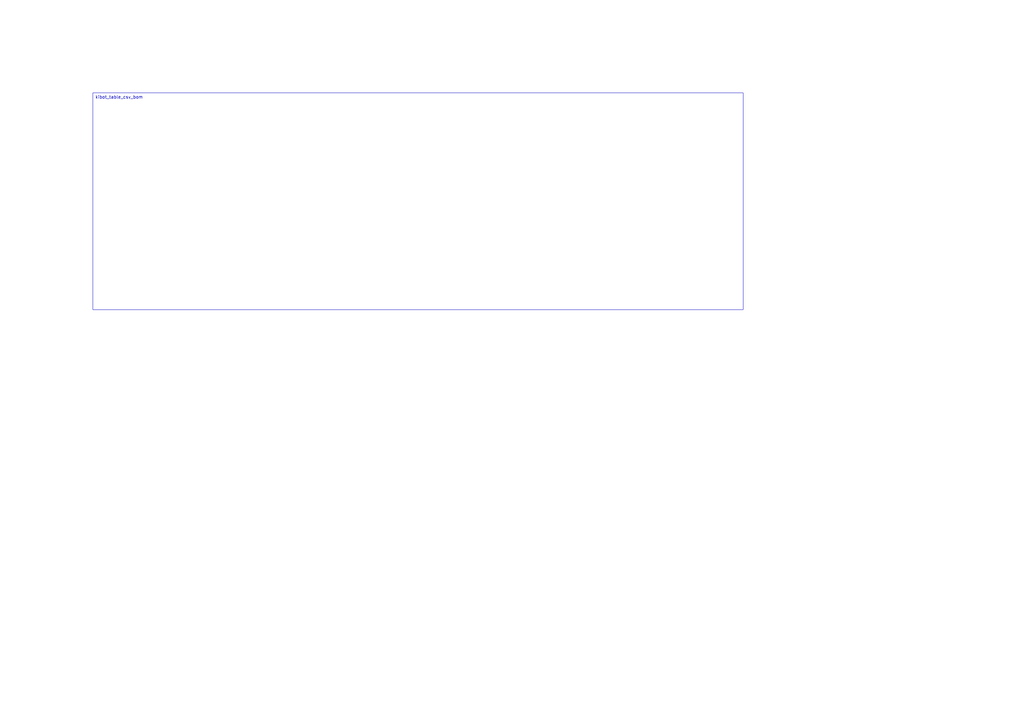
<source format=kicad_sch>
(kicad_sch
	(version 20250114)
	(generator "eeschema")
	(generator_version "9.0")
	(uuid "e715656a-7ef9-40bd-b637-b302eb88b008")
	(paper "A3")
	(title_block
		(title "Parts List")
		(rev "${REVISION}")
		(company "${COMPANY}")
	)
	(lib_symbols)
	(text_box "kibot_table_csv_bom"
		(exclude_from_sim no)
		(at 38.1 38.1 0)
		(size 266.7 88.9)
		(margins 0.9525 0.9525 0.9525 0.9525)
		(stroke
			(width 0)
			(type solid)
		)
		(fill
			(type none)
		)
		(effects
			(font
				(size 1.27 1.27)
			)
			(justify left top)
		)
		(uuid "01c7f998-78cf-41a1-a82b-d92bab270fbd")
	)
)

</source>
